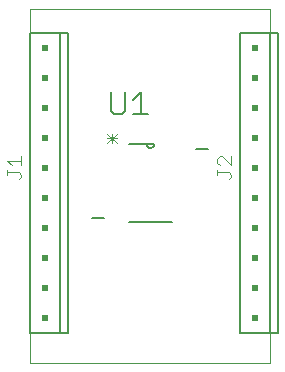
<source format=gto>
G75*
%MOIN*%
%OFA0B0*%
%FSLAX25Y25*%
%IPPOS*%
%LPD*%
%AMOC8*
5,1,8,0,0,1.08239X$1,22.5*
%
%ADD10C,0.00000*%
%ADD11C,0.00600*%
%ADD12C,0.00300*%
%ADD13C,0.00800*%
%ADD14C,0.00400*%
%ADD15R,0.02000X0.02000*%
D10*
X0010800Y0001500D02*
X0010800Y0119610D01*
X0090721Y0119610D01*
X0090721Y0001500D01*
X0010800Y0001500D01*
D11*
X0010800Y0011500D02*
X0010800Y0111500D01*
X0020800Y0111500D01*
X0023300Y0111500D01*
X0023300Y0011500D01*
X0020800Y0011500D01*
X0010800Y0011500D01*
X0020800Y0011500D02*
X0020800Y0111500D01*
X0043600Y0074500D02*
X0049600Y0074500D01*
X0052000Y0074500D01*
X0051998Y0074431D01*
X0051992Y0074363D01*
X0051982Y0074295D01*
X0051969Y0074228D01*
X0051951Y0074162D01*
X0051930Y0074097D01*
X0051905Y0074033D01*
X0051877Y0073971D01*
X0051845Y0073910D01*
X0051810Y0073851D01*
X0051771Y0073795D01*
X0051729Y0073740D01*
X0051684Y0073689D01*
X0051636Y0073639D01*
X0051586Y0073593D01*
X0051533Y0073550D01*
X0051477Y0073509D01*
X0051420Y0073472D01*
X0051360Y0073439D01*
X0051298Y0073408D01*
X0051235Y0073382D01*
X0051171Y0073359D01*
X0051105Y0073339D01*
X0051038Y0073324D01*
X0050971Y0073312D01*
X0050903Y0073304D01*
X0050834Y0073300D01*
X0050766Y0073300D01*
X0050697Y0073304D01*
X0050629Y0073312D01*
X0050562Y0073324D01*
X0050495Y0073339D01*
X0050429Y0073359D01*
X0050365Y0073382D01*
X0050302Y0073408D01*
X0050240Y0073439D01*
X0050180Y0073472D01*
X0050123Y0073509D01*
X0050067Y0073550D01*
X0050014Y0073593D01*
X0049964Y0073639D01*
X0049916Y0073689D01*
X0049871Y0073740D01*
X0049829Y0073795D01*
X0049790Y0073851D01*
X0049755Y0073910D01*
X0049723Y0073971D01*
X0049695Y0074033D01*
X0049670Y0074097D01*
X0049649Y0074162D01*
X0049631Y0074228D01*
X0049618Y0074295D01*
X0049608Y0074363D01*
X0049602Y0074431D01*
X0049600Y0074500D01*
X0066000Y0073000D02*
X0070000Y0073000D01*
X0058000Y0048500D02*
X0043600Y0048500D01*
X0035400Y0050000D02*
X0031400Y0050000D01*
X0080800Y0011500D02*
X0080800Y0111500D01*
X0090800Y0111500D01*
X0093300Y0111500D01*
X0093300Y0011500D01*
X0090800Y0011500D01*
X0080800Y0011500D01*
X0090800Y0011500D02*
X0090800Y0111500D01*
D12*
X0039686Y0077970D02*
X0036550Y0074834D01*
X0036550Y0076402D02*
X0039686Y0076402D01*
X0038118Y0074834D02*
X0038118Y0077970D01*
X0036550Y0077970D02*
X0039686Y0074834D01*
D13*
X0038834Y0084400D02*
X0041303Y0084400D01*
X0042538Y0085634D01*
X0042538Y0091806D01*
X0045150Y0089338D02*
X0047619Y0091806D01*
X0047619Y0084400D01*
X0045150Y0084400D02*
X0050088Y0084400D01*
X0038834Y0084400D02*
X0037600Y0085634D01*
X0037600Y0091806D01*
D14*
X0007800Y0070465D02*
X0007800Y0067396D01*
X0007800Y0068931D02*
X0003196Y0068931D01*
X0004731Y0067396D01*
X0003196Y0065861D02*
X0003196Y0064327D01*
X0003196Y0065094D02*
X0007033Y0065094D01*
X0007800Y0064327D01*
X0007800Y0063559D01*
X0007033Y0062792D01*
X0073196Y0064327D02*
X0073196Y0065861D01*
X0073196Y0065094D02*
X0077033Y0065094D01*
X0077800Y0064327D01*
X0077800Y0063559D01*
X0077033Y0062792D01*
X0077800Y0067396D02*
X0074731Y0070465D01*
X0073963Y0070465D01*
X0073196Y0069698D01*
X0073196Y0068163D01*
X0073963Y0067396D01*
X0077800Y0067396D02*
X0077800Y0070465D01*
D15*
X0085800Y0066500D03*
X0085800Y0076500D03*
X0085800Y0086500D03*
X0085800Y0096500D03*
X0085800Y0106500D03*
X0085800Y0056500D03*
X0085800Y0046500D03*
X0085800Y0036500D03*
X0085800Y0026500D03*
X0085800Y0016500D03*
X0015800Y0016500D03*
X0015800Y0026500D03*
X0015800Y0036500D03*
X0015800Y0046500D03*
X0015800Y0056500D03*
X0015800Y0066500D03*
X0015800Y0076500D03*
X0015800Y0086500D03*
X0015800Y0096500D03*
X0015800Y0106500D03*
M02*

</source>
